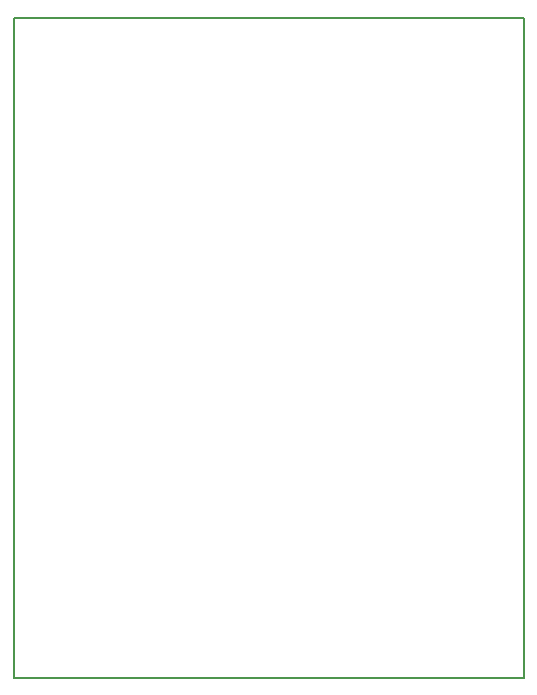
<source format=gbr>
G04 DipTrace 2.4.0.2*
%INToasty_BoardOutline.gbr*%
%MOIN*%
%ADD11C,0.0055*%
%FSLAX44Y44*%
G04*
G70*
G90*
G75*
G01*
%LNBoardOutline*%
%LPD*%
X0Y0D2*
D11*
X17000D1*
Y22000D1*
X0D1*
Y0D1*
M02*

</source>
